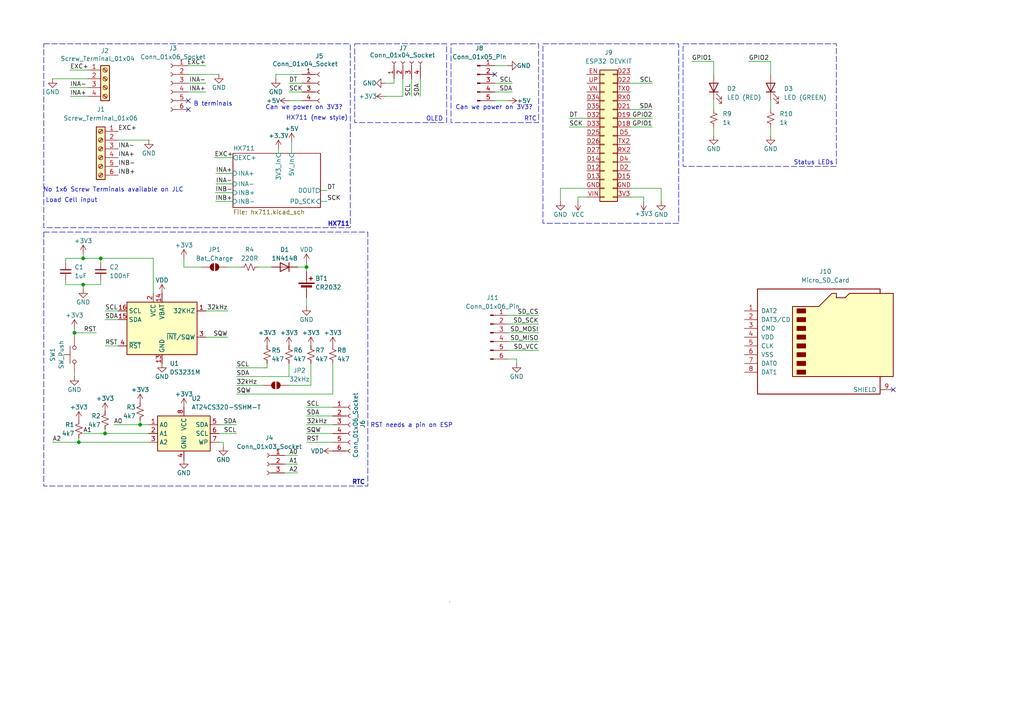
<source format=kicad_sch>
(kicad_sch (version 20231120) (generator "eeschema") (generator_version "8.0")
  (paper "A4")
  (title_block (title "PerchScale Scale Motherboard") (date "2024-08-07") (rev "v0") (company "PerchScale") (comment 1 "Authors: Tristyn Ferreiro, Ryan Jones, Mishay Naidoo") (comment 2 "Plug and play board for protyping and testing"))
  (lib_symbols
    (symbol "+3.3V_1" (power) (pin_names (offset 0))
      (property "Value" "+3.3V_1" (at 0 3.556 0))
      (symbol "+3.3V_1_1_1"
        (pin power_in line (at 0 0 90) (length 0) hide (name "+3.3V") (number "1"))
      )
    )
    (symbol "+5V_1" (power) (pin_names (offset 0))
      (property "Value" "+5V_1" (at 0 3.556 0))
      (symbol "+5V_1_1_1"
        (pin power_in line (at 0 0 90) (length 0) hide (name "+5V") (number "1"))
      )
    )
    (symbol "Connector:Conn_01x03_Socket" (pin_names (offset 1.016) hide)
      (property "Reference" "J" (at 0 5.08 0))
      (property "Value" "Conn_01x03_Socket" (at 0 -5.08 0))
      (symbol "Conn_01x03_Socket_1_1"
        (pin passive line (at -5.08 2.54 0) (length 3.81) (name "Pin_1") (number "1"))
        (pin passive line (at -5.08 0 0) (length 3.81) (name "Pin_2") (number "2"))
        (pin passive line (at -5.08 -2.54 0) (length 3.81) (name "Pin_3") (number "3"))
      )
    )
    (symbol "Connector:Conn_01x04_Socket" (pin_names (offset 1.016) hide)
      (property "Reference" "J" (at 0 5.08 0))
      (property "Value" "Conn_01x04_Socket" (at 0 -7.62 0))
      (symbol "Conn_01x04_Socket_1_1"
        (pin passive line (at -5.08 2.54 0) (length 3.81) (name "Pin_1") (number "1"))
        (pin passive line (at -5.08 0 0) (length 3.81) (name "Pin_2") (number "2"))
        (pin passive line (at -5.08 -2.54 0) (length 3.81) (name "Pin_3") (number "3"))
        (pin passive line (at -5.08 -5.08 0) (length 3.81) (name "Pin_4") (number "4"))
      )
    )
    (symbol "Connector:Conn_01x05_Pin" (pin_names (offset 1.016) hide)
      (property "Reference" "J" (at 0 7.62 0))
      (property "Value" "Conn_01x05_Pin" (at 0 -7.62 0))
      (symbol "Conn_01x05_Pin_1_1"
        (pin passive line (at 5.08 5.08 180) (length 3.81) (name "Pin_1") (number "1"))
        (pin passive line (at 5.08 2.54 180) (length 3.81) (name "Pin_2") (number "2"))
        (pin passive line (at 5.08 0 180) (length 3.81) (name "Pin_3") (number "3"))
        (pin passive line (at 5.08 -2.54 180) (length 3.81) (name "Pin_4") (number "4"))
        (pin passive line (at 5.08 -5.08 180) (length 3.81) (name "Pin_5") (number "5"))
      )
    )
    (symbol "Connector:Conn_01x06_Pin" (pin_names (offset 1.016) hide)
      (property "Reference" "J" (at 0 7.62 0))
      (property "Value" "Conn_01x06_Pin" (at 0 -10.16 0))
      (symbol "Conn_01x06_Pin_1_1"
        (pin passive line (at 5.08 5.08 180) (length 3.81) (name "Pin_1") (number "1"))
        (pin passive line (at 5.08 2.54 180) (length 3.81) (name "Pin_2") (number "2"))
        (pin passive line (at 5.08 0 180) (length 3.81) (name "Pin_3") (number "3"))
        (pin passive line (at 5.08 -2.54 180) (length 3.81) (name "Pin_4") (number "4"))
        (pin passive line (at 5.08 -5.08 180) (length 3.81) (name "Pin_5") (number "5"))
        (pin passive line (at 5.08 -7.62 180) (length 3.81) (name "Pin_6") (number "6"))
      )
    )
    (symbol "Connector:Conn_01x06_Socket" (pin_names (offset 1.016) hide)
      (property "Reference" "J" (at 0 7.62 0))
      (property "Value" "Conn_01x06_Socket" (at 0 -10.16 0))
      (symbol "Conn_01x06_Socket_1_1"
        (pin passive line (at -5.08 5.08 0) (length 3.81) (name "Pin_1") (number "1"))
        (pin passive line (at -5.08 2.54 0) (length 3.81) (name "Pin_2") (number "2"))
        (pin passive line (at -5.08 0 0) (length 3.81) (name "Pin_3") (number "3"))
        (pin passive line (at -5.08 -2.54 0) (length 3.81) (name "Pin_4") (number "4"))
        (pin passive line (at -5.08 -5.08 0) (length 3.81) (name "Pin_5") (number "5"))
        (pin passive line (at -5.08 -7.62 0) (length 3.81) (name "Pin_6") (number "6"))
      )
    )
    (symbol "Connector:Micro_SD_Card" (pin_names (offset 1.016))
      (property "Reference" "J" (at -16.51 15.24 0))
      (property "Value" "Micro_SD_Card" (at 16.51 15.24 0))
      (symbol "Micro_SD_Card_1_1"
        (pin bidirectional line (at -22.86 7.62 0) (length 3.81) (name "DAT2") (number "1"))
        (pin bidirectional line (at -22.86 5.08 0) (length 3.81) (name "DAT3/CD") (number "2"))
        (pin input line (at -22.86 2.54 0) (length 3.81) (name "CMD") (number "3"))
        (pin power_in line (at -22.86 0 0) (length 3.81) (name "VDD") (number "4"))
        (pin input line (at -22.86 -2.54 0) (length 3.81) (name "CLK") (number "5"))
        (pin power_in line (at -22.86 -5.08 0) (length 3.81) (name "VSS") (number "6"))
        (pin bidirectional line (at -22.86 -7.62 0) (length 3.81) (name "DAT0") (number "7"))
        (pin bidirectional line (at -22.86 -10.16 0) (length 3.81) (name "DAT1") (number "8"))
        (pin passive line (at 20.32 -15.24 180) (length 3.81) (name "SHIELD") (number "9"))
      )
    )
    (symbol "Connector:Screw_Terminal_01x04" (pin_names (offset 1.016) hide)
      (property "Reference" "J" (at 0 5.08 0))
      (property "Value" "Screw_Terminal_01x04" (at 0 -7.62 0))
      (symbol "Screw_Terminal_01x04_1_1"
        (pin passive line (at -5.08 2.54 0) (length 3.81) (name "Pin_1") (number "1"))
        (pin passive line (at -5.08 0 0) (length 3.81) (name "Pin_2") (number "2"))
        (pin passive line (at -5.08 -2.54 0) (length 3.81) (name "Pin_3") (number "3"))
        (pin passive line (at -5.08 -5.08 0) (length 3.81) (name "Pin_4") (number "4"))
      )
    )
    (symbol "Connector:Screw_Terminal_01x06" (pin_names (offset 1.016) hide)
      (property "Reference" "J" (at 0 7.62 0))
      (property "Value" "Screw_Terminal_01x06" (at 0 -10.16 0))
      (symbol "Screw_Terminal_01x06_1_1"
        (pin passive line (at -5.08 5.08 0) (length 3.81) (name "Pin_1") (number "1"))
        (pin passive line (at -5.08 2.54 0) (length 3.81) (name "Pin_2") (number "2"))
        (pin passive line (at -5.08 0 0) (length 3.81) (name "Pin_3") (number "3"))
        (pin passive line (at -5.08 -2.54 0) (length 3.81) (name "Pin_4") (number "4"))
        (pin passive line (at -5.08 -5.08 0) (length 3.81) (name "Pin_5") (number "5"))
        (pin passive line (at -5.08 -7.62 0) (length 3.81) (name "Pin_6") (number "6"))
      )
    )
    (symbol "Connector_Generic:Conn_02x15_Counter_Clockwise" (pin_names (offset 1.016) hide)
      (property "Reference" "J5" (at 1.27 24.13 0))
      (property "Value" "Conn_02x15_Counter_Clockwise" (at 1.27 21.59 0))
      (symbol "Conn_02x15_Counter_Clockwise_1_1"
        (pin passive line (at 7.62 -17.78 180) (length 3.81) (name "Pin_16") (number "3V3"))
        (pin passive line (at -5.08 -10.16 0) (length 3.81) (name "Pin_12") (number "D12"))
        (pin passive line (at -5.08 -12.7 0) (length 3.81) (name "Pin_13") (number "D13"))
        (pin passive line (at -5.08 -7.62 0) (length 3.81) (name "Pin_11") (number "D14"))
        (pin passive line (at 7.62 -12.7 180) (length 3.81) (name "Pin_18") (number "D15"))
        (pin passive line (at 7.62 2.54 180) (length 3.81) (name "Pin_24") (number "D18"))
        (pin passive line (at 7.62 5.08 180) (length 3.81) (name "Pin_25") (number "D19"))
        (pin passive line (at 7.62 -10.16 180) (length 3.81) (name "Pin_19") (number "D2"))
        (pin passive line (at 7.62 7.62 180) (length 3.81) (name "Pin_26") (number "D21"))
        (pin passive line (at 7.62 15.24 180) (length 3.81) (name "Pin_29") (number "D22"))
        (pin passive line (at 7.62 17.78 180) (length 3.81) (name "Pin_30") (number "D23"))
        (pin passive line (at -5.08 0 0) (length 3.81) (name "Pin_8") (number "D25"))
        (pin passive line (at -5.08 -2.54 0) (length 3.81) (name "Pin_9") (number "D26"))
        (pin passive line (at -5.08 -5.08 0) (length 3.81) (name "Pin_10") (number "D27"))
        (pin passive line (at -5.08 5.08 0) (length 3.81) (name "Pin_6") (number "D32"))
        (pin passive line (at -5.08 2.54 0) (length 3.81) (name "Pin_7") (number "D33"))
        (pin passive line (at -5.08 10.16 0) (length 3.81) (name "Pin_4") (number "D34"))
        (pin passive line (at -5.08 7.62 0) (length 3.81) (name "Pin_5") (number "D35"))
        (pin passive line (at 7.62 -7.62 180) (length 3.81) (name "Pin_20") (number "D4"))
        (pin passive line (at 7.62 0 180) (length 3.81) (name "Pin_23") (number "D5"))
        (pin passive line (at -5.08 17.78 0) (length 3.81) (name "Pin_1") (number "EN"))
        (pin passive line (at -5.08 -15.24 0) (length 3.81) (name "Pin_14") (number "GND"))
        (pin passive line (at 7.62 -15.24 180) (length 3.81) (name "Pin_17") (number "GND"))
        (pin passive line (at 7.62 10.16 180) (length 3.81) (name "Pin_27") (number "RX0"))
        (pin passive line (at 7.62 -5.08 180) (length 3.81) (name "Pin_21") (number "RX2"))
        (pin passive line (at 7.62 12.7 180) (length 3.81) (name "Pin_28") (number "TX0"))
        (pin passive line (at 7.62 -2.54 180) (length 3.81) (name "Pin_22") (number "TX2"))
        (pin passive line (at -5.08 15.24 0) (length 3.81) (name "Pin_2") (number "UP"))
        (pin passive line (at -5.08 -17.78 0) (length 3.81) (name "Pin_15") (number "VIN"))
        (pin passive line (at -5.08 12.7 0) (length 3.81) (name "Pin_3") (number "VN"))
      )
    )
    (symbol "Device:Battery_Cell" (pin_numbers hide) (pin_names (offset 0) hide)
      (property "Reference" "BT" (at 2.54 2.54 0))
      (property "Value" "Battery_Cell" (at 2.54 0 0))
      (symbol "Battery_Cell_1_1"
        (pin passive line (at 0 5.08 270) (length 2.54) (name "+") (number "1"))
        (pin passive line (at 0 -2.54 90) (length 2.54) (name "-") (number "2"))
      )
    )
    (symbol "Device:C_Small" (pin_numbers hide) (pin_names (offset 0.254) hide)
      (property "Reference" "C" (at 0.254 1.778 0))
      (property "Value" "C_Small" (at 0.254 -2.032 0))
      (symbol "C_Small_1_1"
        (pin passive line (at 0 2.54 270) (length 2.032) (name "~") (number "1"))
        (pin passive line (at 0 -2.54 90) (length 2.032) (name "~") (number "2"))
      )
    )
    (symbol "Device:LED" (pin_numbers hide) (pin_names (offset 1.016) hide)
      (property "Reference" "D" (at 0 2.54 0))
      (property "Value" "LED" (at 0 -2.54 0))
      (symbol "LED_1_1"
        (pin passive line (at -3.81 0 0) (length 2.54) (name "K") (number "1"))
        (pin passive line (at 3.81 0 180) (length 2.54) (name "A") (number "2"))
      )
    )
    (symbol "Device:R_Small_US" (pin_numbers hide) (pin_names (offset 0.254) hide)
      (property "Reference" "R" (at 0.762 0.508 0))
      (property "Value" "R_Small_US" (at 0.762 -1.016 0))
      (symbol "R_Small_US_1_1"
        (pin passive line (at 0 2.54 270) (length 1.016) (name "~") (number "1"))
        (pin passive line (at 0 -2.54 90) (length 1.016) (name "~") (number "2"))
      )
    )
    (symbol "Diode:1N4148" (pin_numbers hide) (pin_names hide)
      (property "Reference" "D" (at 0 2.54 0))
      (property "Value" "1N4148" (at 0 -2.54 0))
      (symbol "1N4148_1_1"
        (pin passive line (at -3.81 0 0) (length 2.54) (name "K") (number "1"))
        (pin passive line (at 3.81 0 180) (length 2.54) (name "A") (number "2"))
      )
    )
    (symbol "Jumper:SolderJumper_2_Open" (pin_numbers hide) (pin_names (offset 0) hide) (exclude_from_sim yes) (in_bom no)
      (property "Reference" "JP" (at 0 2.032 0))
      (property "Value" "SolderJumper_2_Open" (at 0 -2.54 0))
      (symbol "SolderJumper_2_Open_1_1"
        (pin passive line (at -3.81 0 0) (length 2.54) (name "A") (number "1"))
        (pin passive line (at 3.81 0 180) (length 2.54) (name "B") (number "2"))
      )
    )
    (symbol "Memory_EEPROM:AT24CS32-MAHM"
      (property "Reference" "U" (at -7.62 6.35 0))
      (property "Value" "AT24CS32-MAHM" (at 2.54 -6.35 0))
      (symbol "AT24CS32-MAHM_1_1"
        (pin input line (at -10.16 2.54 0) (length 2.54) (name "A0") (number "1"))
        (pin input line (at -10.16 0 0) (length 2.54) (name "A1") (number "2"))
        (pin input line (at -10.16 -2.54 0) (length 2.54) (name "A2") (number "3"))
        (pin power_in line (at 0 -7.62 90) (length 2.54) (name "GND") (number "4"))
        (pin bidirectional line (at 10.16 2.54 180) (length 2.54) (name "SDA") (number "5"))
        (pin input line (at 10.16 0 180) (length 2.54) (name "SCL") (number "6"))
        (pin input line (at 10.16 -2.54 180) (length 2.54) (name "WP") (number "7"))
        (pin power_in line (at 0 7.62 270) (length 2.54) (name "VCC") (number "8"))
      )
    )
    (symbol "Switch:SW_Push" (pin_numbers hide) (pin_names (offset 1.016) hide)
      (property "Reference" "SW" (at 1.27 2.54 0))
      (property "Value" "SW_Push" (at 0 -1.524 0))
      (symbol "SW_Push_0_1"
        (pin passive line (at -5.08 0 0) (length 2.54) (name "1") (number "1"))
        (pin passive line (at 5.08 0 180) (length 2.54) (name "2") (number "2"))
      )
    )
    (symbol "Timer_RTC:DS3231M"
      (property "Reference" "U" (at -7.62 8.89 0))
      (property "Value" "DS3231M" (at 10.16 8.89 0))
      (symbol "DS3231M_1_1"
        (pin open_collector line (at 12.7 5.08 180) (length 2.54) (name "32KHZ") (number "1"))
        (pin passive line (at 0 -10.16 90) (length 2.54) hide (name "GND") (number "10"))
        (pin passive line (at 0 -10.16 90) (length 2.54) hide (name "GND") (number "11"))
        (pin passive line (at 0 -10.16 90) (length 2.54) hide (name "GND") (number "12"))
        (pin power_in line (at 0 -10.16 90) (length 2.54) (name "GND") (number "13"))
        (pin power_in line (at 0 10.16 270) (length 2.54) (name "VBAT") (number "14"))
        (pin bidirectional line (at -12.7 2.54 0) (length 2.54) (name "SDA") (number "15"))
        (pin input line (at -12.7 5.08 0) (length 2.54) (name "SCL") (number "16"))
        (pin power_in line (at -2.54 10.16 270) (length 2.54) (name "VCC") (number "2"))
        (pin open_collector line (at 12.7 -2.54 180) (length 2.54) (name "~{INT}/SQW") (number "3"))
        (pin bidirectional line (at -12.7 -5.08 0) (length 2.54) (name "~{RST}") (number "4"))
        (pin passive line (at 0 -10.16 90) (length 2.54) hide (name "GND") (number "5"))
        (pin passive line (at 0 -10.16 90) (length 2.54) hide (name "GND") (number "6"))
        (pin passive line (at 0 -10.16 90) (length 2.54) hide (name "GND") (number "7"))
        (pin passive line (at 0 -10.16 90) (length 2.54) hide (name "GND") (number "8"))
        (pin passive line (at 0 -10.16 90) (length 2.54) hide (name "GND") (number "9"))
      )
    )
    (symbol "power:+3V3" (power) (pin_numbers hide) (pin_names (offset 0) hide)
      (property "Value" "+3V3" (at 0 3.556 0))
      (symbol "+3V3_1_1"
        (pin power_in line (at 0 0 90) (length 0) (name "~") (number "1"))
      )
    )
    (symbol "power:+5V" (power) (pin_numbers hide) (pin_names (offset 0) hide)
      (property "Value" "+5V" (at 0 3.556 0))
      (symbol "+5V_1_1"
        (pin power_in line (at 0 0 90) (length 0) (name "~") (number "1"))
      )
    )
    (symbol "power:GND" (power) (pin_numbers hide) (pin_names (offset 0) hide)
      (property "Value" "GND" (at 0 -3.81 0))
      (symbol "GND_1_1"
        (pin power_in line (at 0 0 270) (length 0) (name "~") (number "1"))
      )
    )
    (symbol "power:VCC" (power) (pin_numbers hide) (pin_names (offset 0) hide)
      (property "Value" "VCC" (at 0 3.556 0))
      (symbol "VCC_1_1"
        (pin power_in line (at 0 0 90) (length 0) (name "~") (number "1"))
      )
    )
    (symbol "power:VDD" (power) (pin_numbers hide) (pin_names (offset 0) hide)
      (property "Value" "VDD" (at 0 3.556 0))
      (symbol "VDD_1_1"
        (pin power_in line (at 0 0 90) (length 0) (name "~") (number "1"))
      )
    )
  )
  (junction (at 24.13 82.55))
  (junction (at 88.9 77.47))
  (junction (at 21.59 96.52))
  (junction (at 29.21 74.93))
  (junction (at 22.86 128.27))
  (junction (at 24.13 74.93))
  (junction (at 40.64 123.19))
  (junction (at 30.48 125.73))
  (no_connect (at 259.08 113.03))
  (no_connect (at 54.61 31.75))
  (no_connect (at 54.61 29.21))
  (no_connect (at 143.51 21.59))
  (wire (pts (xy 88.9 125.73) (xy 96.52 125.73)))
  (wire (pts (xy 182.88 24.13) (xy 189.23 24.13)))
  (wire (pts (xy 80.772 43.18) (xy 80.772 44.45)))
  (wire (pts (xy 88.9 118.11) (xy 96.52 118.11)))
  (wire (pts (xy 116.84 27.94) (xy 116.84 22.86)))
  (wire (pts (xy 21.59 96.52) (xy 27.94 96.52)))
  (wire (pts (xy 24.13 82.55) (xy 24.13 83.82)))
  (wire (pts (xy 59.69 90.17) (xy 66.04 90.17)))
  (wire (pts (xy 21.59 107.95) (xy 21.59 109.22)))
  (wire (pts (xy 111.76 24.13) (xy 114.3 24.13)))
  (wire (pts (xy 29.21 74.93) (xy 24.13 74.93)))
  (wire (pts (xy 223.52 36.83) (xy 223.52 39.37)))
  (wire (pts (xy 80.01 22.86) (xy 80.01 21.59)))
  (wire (pts (xy 40.64 121.92) (xy 40.64 123.19)))
  (wire (pts (xy 162.56 58.42) (xy 162.56 54.61)))
  (wire (pts (xy 82.55 132.08) (xy 86.36 132.08)))
  (wire (pts (xy 83.82 109.22) (xy 83.82 105.41)))
  (wire (pts (xy 25.4 27.94) (xy 20.32 27.94)))
  (wire (pts (xy 223.52 29.21) (xy 223.52 31.75)))
  (wire (pts (xy 77.47 106.68) (xy 77.47 105.41)))
  (wire (pts (xy 88.9 86.36) (xy 88.9 88.9)))
  (wire (pts (xy 22.86 128.27) (xy 22.86 127)))
  (wire (pts (xy 83.82 111.76) (xy 90.17 111.76)))
  (wire (pts (xy 64.77 128.27) (xy 63.5 128.27)))
  (wire (pts (xy 90.17 111.76) (xy 90.17 105.41)))
  (wire (pts (xy 223.52 17.78) (xy 223.52 21.59)))
  (wire (pts (xy 21.59 96.52) (xy 21.59 97.79)))
  (wire (pts (xy 143.51 19.05) (xy 147.32 19.05)))
  (wire (pts (xy 83.82 26.67) (xy 87.63 26.67)))
  (wire (pts (xy 88.9 78.74) (xy 88.9 77.47)))
  (wire (pts (xy 191.77 54.61) (xy 191.77 58.42)))
  (wire (pts (xy 15.24 22.86) (xy 25.4 22.86)))
  (wire (pts (xy 59.69 97.79) (xy 66.04 97.79)))
  (wire (pts (xy 92.964 58.42) (xy 94.869 58.42)))
  (wire (pts (xy 53.34 77.47) (xy 58.42 77.47)))
  (wire (pts (xy 21.59 95.25) (xy 21.59 96.52)))
  (wire (pts (xy 25.4 25.4) (xy 20.32 25.4)))
  (wire (pts (xy 29.21 76.2) (xy 29.21 74.93)))
  (wire (pts (xy 111.76 27.94) (xy 116.84 27.94)))
  (wire (pts (xy 207.01 17.78) (xy 207.01 21.59)))
  (wire (pts (xy 68.58 111.76) (xy 76.2 111.76)))
  (wire (pts (xy 25.4 20.32) (xy 20.32 20.32)))
  (wire (pts (xy 78.74 77.47) (xy 74.93 77.47)))
  (wire (pts (xy 121.92 22.86) (xy 121.92 27.94)))
  (wire (pts (xy 182.88 36.83) (xy 189.23 36.83)))
  (wire (pts (xy 68.58 114.3) (xy 96.52 114.3)))
  (wire (pts (xy 24.13 82.55) (xy 29.21 82.55)))
  (wire (pts (xy 30.48 124.46) (xy 30.48 125.73)))
  (wire (pts (xy 88.9 128.27) (xy 96.52 128.27)))
  (wire (pts (xy 44.45 74.93) (xy 44.45 85.09)))
  (wire (pts (xy 62.611 50.292) (xy 67.564 50.292)))
  (wire (pts (xy 63.5 125.73) (xy 68.58 125.73)))
  (wire (pts (xy 62.611 53.34) (xy 67.564 53.34)))
  (wire (pts (xy 186.69 57.15) (xy 182.88 57.15)))
  (wire (pts (xy 114.3 24.13) (xy 114.3 22.86)))
  (wire (pts (xy 207.01 36.83) (xy 207.01 39.37)))
  (wire (pts (xy 63.5 123.19) (xy 68.58 123.19)))
  (wire (pts (xy 34.29 40.64) (xy 43.18 40.64)))
  (wire (pts (xy 207.01 29.21) (xy 207.01 31.75)))
  (wire (pts (xy 62.484 58.42) (xy 67.564 58.42)))
  (wire (pts (xy 167.64 58.42) (xy 167.64 57.15)))
  (wire (pts (xy 54.61 21.59) (xy 63.5 21.59)))
  (wire (pts (xy 30.48 92.71) (xy 34.29 92.71)))
  (wire (pts (xy 143.51 29.21) (xy 147.32 29.21)))
  (wire (pts (xy 182.88 54.61) (xy 191.77 54.61)))
  (wire (pts (xy 40.64 123.19) (xy 43.18 123.19)))
  (wire (pts (xy 147.32 96.52) (xy 156.21 96.52)))
  (wire (pts (xy 92.964 55.245) (xy 94.869 55.245)))
  (wire (pts (xy 96.52 105.41) (xy 96.52 114.3)))
  (wire (pts (xy 162.56 54.61) (xy 170.18 54.61)))
  (wire (pts (xy 68.58 109.22) (xy 83.82 109.22)))
  (wire (pts (xy 182.88 31.75) (xy 189.23 31.75)))
  (wire (pts (xy 143.51 24.13) (xy 148.59 24.13)))
  (wire (pts (xy 119.38 22.86) (xy 119.38 27.94)))
  (wire (pts (xy 30.48 125.73) (xy 43.18 125.73)))
  (wire (pts (xy 217.17 17.78) (xy 223.52 17.78)))
  (polyline (pts (xy 130.429 174.625) (xy 130.429 174.5742)))
  (wire (pts (xy 62.484 55.88) (xy 67.564 55.88)))
  (wire (pts (xy 165.1 36.83) (xy 170.18 36.83)))
  (wire (pts (xy 33.02 123.19) (xy 40.64 123.19)))
  (wire (pts (xy 19.05 81.28) (xy 19.05 82.55)))
  (wire (pts (xy 200.66 17.78) (xy 207.01 17.78)))
  (wire (pts (xy 68.58 106.68) (xy 77.47 106.68)))
  (wire (pts (xy 186.69 58.42) (xy 186.69 57.15)))
  (wire (pts (xy 19.05 82.55) (xy 24.13 82.55)))
  (wire (pts (xy 88.9 77.47) (xy 86.36 77.47)))
  (wire (pts (xy 88.9 76.2) (xy 88.9 77.47)))
  (wire (pts (xy 143.51 26.67) (xy 148.59 26.67)))
  (wire (pts (xy 19.05 74.93) (xy 19.05 76.2)))
  (wire (pts (xy 54.61 19.05) (xy 59.69 19.05)))
  (wire (pts (xy 82.55 137.16) (xy 86.36 137.16)))
  (wire (pts (xy 15.24 128.27) (xy 22.86 128.27)))
  (wire (pts (xy 147.32 99.06) (xy 156.21 99.06)))
  (wire (pts (xy 82.55 134.62) (xy 86.36 134.62)))
  (wire (pts (xy 62.23 45.72) (xy 67.564 45.72)))
  (wire (pts (xy 30.48 100.33) (xy 34.29 100.33)))
  (wire (pts (xy 84.582 41.148) (xy 84.582 44.45)))
  (wire (pts (xy 69.85 77.47) (xy 66.04 77.47)))
  (wire (pts (xy 24.13 125.73) (xy 30.48 125.73)))
  (wire (pts (xy 147.32 104.14) (xy 149.86 104.14)))
  (wire (pts (xy 88.9 123.19) (xy 96.52 123.19)))
  (wire (pts (xy 182.88 34.29) (xy 189.23 34.29)))
  (wire (pts (xy 22.86 128.27) (xy 43.18 128.27)))
  (wire (pts (xy 149.86 105.41) (xy 149.86 104.14)))
  (wire (pts (xy 83.82 29.21) (xy 87.63 29.21)))
  (wire (pts (xy 29.21 74.93) (xy 44.45 74.93)))
  (wire (pts (xy 83.82 24.13) (xy 87.63 24.13)))
  (wire (pts (xy 147.32 101.6) (xy 156.21 101.6)))
  (wire (pts (xy 147.32 91.44) (xy 156.21 91.44)))
  (wire (pts (xy 53.34 74.93) (xy 53.34 77.47)))
  (wire (pts (xy 30.48 90.17) (xy 34.29 90.17)))
  (wire (pts (xy 64.77 129.54) (xy 64.77 128.27)))
  (wire (pts (xy 80.01 21.59) (xy 87.63 21.59)))
  (wire (pts (xy 167.64 57.15) (xy 170.18 57.15)))
  (wire (pts (xy 24.13 74.93) (xy 19.05 74.93)))
  (wire (pts (xy 29.21 82.55) (xy 29.21 81.28)))
  (wire (pts (xy 54.61 26.67) (xy 59.69 26.67)))
  (wire (pts (xy 147.32 93.98) (xy 156.21 93.98)))
  (wire (pts (xy 24.13 73.66) (xy 24.13 74.93)))
  (wire (pts (xy 88.9 120.65) (xy 96.52 120.65)))
  (wire (pts (xy 54.61 24.13) (xy 59.69 24.13)))
  (wire (pts (xy 165.1 34.29) (xy 170.18 34.29)))
  (rectangle (start 12.7 67.31) (end 106.68 140.97) (stroke (width 0) (type dash)))
  (rectangle (start 102.87 12.7) (end 129.54 35.56) (stroke (width 0) (type dash)))
  (rectangle (start 157.48 12.7) (end 196.85 64.77) (stroke (width 0) (type dash)))
  (rectangle (start 198.12 12.7) (end 242.57 48.26) (stroke (width 0) (type dash)))
  (rectangle (start 130.81 12.7) (end 156.21 35.56) (stroke (width 0) (type dash)))
  (rectangle (start 12.7 12.7) (end 101.6 66.04) (stroke (width 0) (type dash)))
  (text "Can we power on 3V3?" (at 76.962 31.242 0) (effects (font (size 1.27 1.27)) (justify left)))
  (text "RTC" (at 155.702 34.544 0) (effects (font (size 1.27 1.27)) (justify right)))
  (text "B terminals" (at 56.134 30.226 0) (effects (font (size 1.27 1.27)) (justify left)))
  (text "RST needs a pin on ESP" (at 119.38 123.444 0) (effects (font (size 1.27 1.27))))
  (text "OLED" (at 128.524 34.544 0) (effects (font (size 1.27 1.27)) (justify right)))
  (text "STILL NEED POWER SOLUTION" (at 187.706 -26.924 0) (effects (font (size 5.08 5.08)) (justify right)))
  (text "RTC" (at 105.918 140.716 0) (effects (font (size 1.27 1.27) (bold yes)) (justify right bottom)))
  (text "Load Cell input" (at 13.208 58.166 0) (effects (font (size 1.27 1.27)) (justify left)))
  (text "No 1x6 Screw Terminals available on JLC" (at 32.893 55.118 0) (effects (font (size 1.27 1.27))))
  (text "HX711" (at 94.996 65.786 0) (effects (font (size 1.27 1.27) (bold yes)) (justify left bottom)))
  (text "Can we power on 3V3?" (at 132.08 31.242 0) (effects (font (size 1.27 1.27)) (justify left)))
  (text "HX711 (new style)" (at 91.948 34.29 0) (effects (font (size 1.27 1.27))))
  (text "Status LEDs" (at 241.808 47.244 0) (effects (font (size 1.27 1.27)) (justify right)))
  (label "GPIO1" (at 189.23 36.83 180))
  (label "SD_CS" (at 156.21 91.44 180))
  (label "EXC+" (at 59.69 19.05 180))
  (label "SCL" (at 68.58 125.73 180))
  (label "SDA" (at 189.23 31.75 180))
  (label "A2" (at 15.24 128.27 0))
  (label "32kHz" (at 66.04 90.17 180))
  (label "INA+" (at 59.69 26.67 180))
  (label "SCL" (at 68.58 106.68 0))
  (label "SDA" (at 148.59 26.67 180))
  (label "32kHz" (at 88.9 123.19 0))
  (label "32kHz" (at 68.58 111.76 0))
  (label "GPIO2" (at 217.17 17.78 0))
  (label "A0" (at 86.36 132.08 180))
  (label "SDA" (at 68.58 109.22 0))
  (label "SDA" (at 30.48 92.71 0))
  (label "RST" (at 30.48 100.33 0))
  (label "SDA" (at 68.58 123.19 180))
  (label "INA-" (at 20.32 25.4 0))
  (label "DT" (at 165.1 34.29 0))
  (label "A0" (at 33.02 123.19 0))
  (label "EXC+" (at 34.29 38.1 0))
  (label "SD_VCC" (at 156.21 101.6 180))
  (label "SQW" (at 68.58 114.3 0))
  (label "INB+" (at 34.29 50.8 0))
  (label "DT" (at 94.869 55.245 0))
  (label "A1" (at 24.13 125.73 0))
  (label "SD_SCK" (at 156.21 93.98 180))
  (label "DT" (at 83.82 24.13 0))
  (label "EXC+" (at 62.23 45.72 0))
  (label "SQW" (at 66.04 97.79 180))
  (label "SD_MISO" (at 156.21 99.06 180))
  (label "SDA" (at 88.9 120.65 0))
  (label "SD_MOSI" (at 156.21 96.52 180))
  (label "SCK" (at 94.869 58.42 0))
  (label "EXC+" (at 20.32 20.32 0))
  (label "RST" (at 27.94 96.52 180))
  (label "SCK" (at 83.82 26.67 0))
  (label "GPIO2" (at 189.23 34.29 180))
  (label "GPIO1" (at 200.66 17.78 0))
  (label "INA+" (at 34.29 45.72 0))
  (label "INA+" (at 20.32 27.94 0))
  (label "SDA" (at 121.92 27.94 90))
  (label "SCL" (at 30.48 90.17 0))
  (label "A1" (at 86.36 134.62 180))
  (label "SCL" (at 88.9 118.11 0))
  (label "SCL" (at 119.38 27.94 90))
  (label "SQW" (at 88.9 125.73 0))
  (label "INB-" (at 34.29 48.26 0))
  (label "INA-" (at 62.611 53.34 0))
  (label "INB-" (at 62.484 55.88 0))
  (label "INA-" (at 34.29 43.18 0))
  (label "INA-" (at 59.69 24.13 180))
  (label "SCK" (at 165.1 36.83 0))
  (label "RST" (at 88.9 128.27 0))
  (label "SCL" (at 189.23 24.13 180))
  (label "INA+" (at 62.611 50.292 0))
  (label "SCL" (at 148.59 24.13 180))
  (label "A2" (at 86.36 137.16 180))
  (label "INB+" (at 62.484 58.42 0))
  (symbol (lib_id "Connector:Conn_01x04_Socket") (at 116.84 17.78 90) (unit 1)
    (property "Reference" "J7" (at 118.11 13.97 90) (effects (justify left)))
    (property "Value" "Conn_01x04_Socket" (at 126.238 16.002 90) (effects (justify left)))
    (property "Footprint" "Connector_PinHeader_2.54mm:PinHeader_1x04_P2.54mm_Vertical" (effects (hide yes)))
    (property "Description" "Generic connector, single row, 01x04, script generated" (effects (hide yes)))
  )
  (symbol (lib_id "Connector:Conn_01x06_Socket") (at 101.6 123.19 0) (unit 1)
    (property "Reference" "J6" (at 105.156 124.206 90) (effects (justify left)))
    (property "Value" "Conn_01x06_Socket" (at 103.124 132.842 90) (effects (justify left)))
    (property "Description" "Generic connector, single row, 01x06, script generated" (effects (hide yes)))
  )
  (symbol (lib_id "power:GND") (at 64.77 129.54 0) (unit 1)
    (property "Reference" "#PWR016" (effects (hide yes)))
    (property "Value" "GND" (at 64.77 133.35 0))
    (property "Description" "Power symbol creates a global label with name \"GND\" , ground" (effects (hide yes)))
  )
  (symbol (lib_id "power:+3V3") (at 40.64 116.84 0) (mirror y) (unit 1)
    (property "Reference" "#PWR08" (effects (hide yes)))
    (property "Value" "+3V3" (at 40.64 113.03 0))
    (property "Description" "Power symbol creates a global label with name \"+3V3\"" (effects (hide yes)))
  )
  (symbol (lib_id "Device:R_Small_US") (at 223.52 34.29 0) (unit 1)
    (property "Reference" "R10" (at 226.06 33.0199 0) (effects (justify left)))
    (property "Value" "1k" (at 226.06 35.5599 0) (effects (justify left)))
    (property "Footprint" "Resistor_SMD:R_0603_1608Metric" (effects (hide yes)))
    (property "Datasheet" "https://wmsc.lcsc.com/wmsc/upload/file/pdf/v2/lcsc/2206010130_UNI-ROYAL-Uniroyal-Elec-0603WAF1001T5E_C21190.pdf" (effects (hide yes)))
    (property "Description" "Resistor, small US symbol" (effects (hide yes)))
    (property "LCSC" "C21190" (effects (hide yes)))
  )
  (symbol (lib_id "Connector:Screw_Terminal_01x04") (at 30.48 22.86 0) (unit 1)
    (property "Reference" "J2" (at 29.21 14.732 0) (effects (justify left)))
    (property "Value" "Screw_Terminal_01x04" (at 17.526 17.018 0) (effects (justify left)))
    (property "Footprint" "TerminalBlock_RND:TerminalBlock_RND_205-00234_1x04_P5.08mm_Horizontal" (effects (hide yes)))
    (property "Datasheet" "https://docs.rs-online.com/13af/0900766b8157c7dd.pdf" (effects (hide yes)))
    (property "Description" "Generic screw terminal, single row, 01x04, script generated (kicad-library-utils/schlib/autogen/connector/)" (effects (hide yes)))
  )
  (symbol (lib_id "Diode:1N4148") (at 82.55 77.47 180) (unit 1)
    (property "Reference" "D1" (at 82.55 72.39 0))
    (property "Value" "1N4148" (at 82.55 74.93 0))
    (property "Footprint" "Diode_THT:D_DO-35_SOD27_P7.62mm_Horizontal" (effects (hide yes)))
    (property "Datasheet" "https://assets.nexperia.com/documents/data-sheet/1N4148_1N4448.pdf" (effects (hide yes)))
    (property "Description" "100V 0.15A standard switching diode, DO-35" (effects (hide yes)))
    (property "Sim.Device" "D" (effects (hide yes)))
    (property "Sim.Pins" "1=K 2=A" (effects (hide yes)))
  )
  (symbol (lib_id "power:GND") (at 15.24 22.86 0) (unit 1)
    (property "Reference" "#PWR01" (effects (hide yes)))
    (property "Value" "GND" (at 15.24 26.67 0))
    (property "Description" "Power symbol creates a global label with name \"GND\" , ground" (effects (hide yes)))
  )
  (symbol (lib_id "power:+3V3") (at 186.69 58.42 180) (unit 1)
    (property "Reference" "#PWR034" (effects (hide yes)))
    (property "Value" "+3V3" (at 186.69 61.976 0))
    (property "Description" "Power symbol creates a global label with name \"+3V3\"" (effects (hide yes)))
  )
  (symbol (lib_id "power:+3V3") (at 90.17 100.33 0) (unit 1)
    (property "Reference" "#PWR025" (effects (hide yes)))
    (property "Value" "+3V3" (at 90.17 96.52 0))
    (property "Description" "Power symbol creates a global label with name \"+3V3\"" (effects (hide yes)))
  )
  (symbol (lib_id "power:+3V3") (at 83.82 100.33 0) (unit 1)
    (property "Reference" "#PWR021" (effects (hide yes)))
    (property "Value" "+3V3" (at 83.82 96.52 0))
    (property "Description" "Power symbol creates a global label with name \"+3V3\"" (effects (hide yes)))
  )
  (symbol (lib_id "power:VDD") (at 88.9 76.2 0) (unit 1)
    (property "Reference" "#PWR023" (effects (hide yes)))
    (property "Value" "VDD" (at 88.9 72.39 0))
    (property "Description" "Power symbol creates a global label with name \"VDD\"" (effects (hide yes)))
  )
  (symbol (lib_id "power:GND") (at 223.52 39.37 0) (unit 1)
    (property "Reference" "#PWR037" (effects (hide yes)))
    (property "Value" "GND" (at 223.52 43.18 0))
    (property "Description" "Power symbol creates a global label with name \"GND\" , ground" (effects (hide yes)))
  )
  (symbol (lib_id "power:GND") (at 46.99 105.41 0) (unit 1)
    (property "Reference" "#PWR011" (effects (hide yes)))
    (property "Value" "GND" (at 46.99 109.22 0))
    (property "Description" "Power symbol creates a global label with name \"GND\" , ground" (effects (hide yes)))
  )
  (symbol (lib_id "power:GND") (at 21.59 109.22 0) (unit 1)
    (property "Reference" "#PWR03" (effects (hide yes)))
    (property "Value" "GND" (at 21.59 113.03 0))
    (property "Description" "Power symbol creates a global label with name \"GND\" , ground" (effects (hide yes)))
  )
  (symbol (lib_id "Device:R_Small_US") (at 90.17 102.87 0) (unit 1)
    (property "Reference" "R7" (at 91.44 101.6 0) (effects (justify left)))
    (property "Value" "4k7" (at 91.44 104.14 0) (effects (justify left)))
    (property "Description" "Resistor, small US symbol" (effects (hide yes)))
  )
  (symbol (lib_id "Device:LED") (at 223.52 25.4 90) (unit 1)
    (property "Reference" "D3" (at 227.33 25.7174 90) (effects (justify right)))
    (property "Value" "LED (GREEN)" (at 227.33 28.2574 90) (effects (justify right)))
    (property "Footprint" "LED_SMD:LED_0805_2012Metric" (effects (hide yes)))
    (property "Datasheet" "https://wmsc.lcsc.com/wmsc/upload/file/pdf/v2/lcsc/1806151820_Hubei-KENTO-Elec-KT-0805G_C2297.pdf" (effects (hide yes)))
    (property "Description" "Light emitting diode" (effects (hide yes)))
    (property "LCSC" "C2297" (effects (hide yes)))
  )
  (symbol (lib_id "power:+3V3") (at 24.13 73.66 0) (unit 1)
    (property "Reference" "#PWR05" (effects (hide yes)))
    (property "Value" "+3V3" (at 24.13 69.85 0))
    (property "Description" "Power symbol creates a global label with name \"+3V3\"" (effects (hide yes)))
  )
  (symbol (lib_id "power:GND") (at 162.56 58.42 0) (unit 1)
    (property "Reference" "#PWR032" (effects (hide yes)))
    (property "Value" "GND" (at 162.56 62.23 0))
    (property "Description" "Power symbol creates a global label with name \"GND\" , ground" (effects (hide yes)))
  )
  (symbol (lib_id "power:GND") (at 207.01 39.37 0) (unit 1)
    (property "Reference" "#PWR036" (effects (hide yes)))
    (property "Value" "GND" (at 207.01 43.18 0))
    (property "Description" "Power symbol creates a global label with name \"GND\" , ground" (effects (hide yes)))
  )
  (symbol (lib_id "power:VCC") (at 167.64 58.42 180) (unit 1)
    (property "Reference" "#PWR033" (effects (hide yes)))
    (property "Value" "VCC" (at 167.64 62.23 0))
    (property "Description" "Power symbol creates a global label with name \"VCC\"" (effects (hide yes)))
  )
  (symbol (lib_id "power:+3V3") (at 96.52 100.33 0) (unit 1)
    (property "Reference" "#PWR026" (effects (hide yes)))
    (property "Value" "+3V3" (at 96.52 96.52 0))
    (property "Description" "Power symbol creates a global label with name \"+3V3\"" (effects (hide yes)))
  )
  (symbol (lib_id "power:GND") (at 147.32 19.05 90) (unit 1)
    (property "Reference" "#PWR030" (effects (hide yes)))
    (property "Value" "GND" (at 151.892 19.05 90))
    (property "Description" "Power symbol creates a global label with name \"GND\" , ground" (effects (hide yes)))
  )
  (symbol (lib_id "Device:R_Small_US") (at 22.86 124.46 0) (mirror y) (unit 1)
    (property "Reference" "R1" (at 21.59 123.19 0) (effects (justify left)))
    (property "Value" "4k7" (at 21.59 125.73 0) (effects (justify left)))
    (property "Description" "Resistor, small US symbol" (effects (hide yes)))
  )
  (symbol (lib_id "Jumper:SolderJumper_2_Open") (at 62.23 77.47 0) (unit 1) (exclude_from_sim yes) (in_bom no)
    (property "Reference" "JP1" (at 62.23 72.39 0))
    (property "Value" "Bat_Charge" (at 62.23 74.93 0))
    (property "Description" "Solder Jumper, 2-pole, open" (effects (hide yes)))
  )
  (symbol (lib_id "power:+3V3") (at 111.76 27.94 90) (unit 1)
    (property "Reference" "#PWR029" (effects (hide yes)))
    (property "Value" "+3V3" (at 106.68 27.94 90))
    (property "Description" "Power symbol creates a global label with name \"+3V3\"" (effects (hide yes)))
  )
  (symbol (lib_id "Device:R_Small_US") (at 72.39 77.47 90) (unit 1)
    (property "Reference" "R4" (at 72.39 72.39 90))
    (property "Value" "220R" (at 72.39 74.93 90))
    (property "Description" "Resistor, small US symbol" (effects (hide yes)))
  )
  (symbol (lib_id "power:GND") (at 63.5 21.59 0) (unit 1)
    (property "Reference" "#PWR015" (effects (hide yes)))
    (property "Value" "GND" (at 63.5 25.4 0))
    (property "Description" "Power symbol creates a global label with name \"GND\" , ground" (effects (hide yes)))
  )
  (symbol (lib_id "Memory_EEPROM:AT24CS32-MAHM") (at 53.34 125.73 0) (unit 1)
    (property "Reference" "U2" (at 55.5341 115.57 0) (effects (justify left)))
    (property "Value" "AT24CS32D-SSHM-T" (at 55.5341 118.11 0) (effects (justify left)))
    (property "Footprint" "Package_DFN_QFN:DFN-8-1EP_3x2mm_P0.5mm_EP1.3x1.5mm" (effects (hide yes)))
    (property "Datasheet" "https://wmsc.lcsc.com/wmsc/upload/file/pdf/v2/lcsc/1811081920_Microchip-Tech-AT24C32D-SSHM-T_C60583.pdf" (effects (hide yes)))
    (property "Description" "I2C Serial EEPROM, 32Kb (4096x8) with Unique Serial Number, UDFN8" (effects (hide yes)))
    (property "LCSC" "C60583" (effects (hide yes)))
  )
  (symbol (lib_id "power:+3V3") (at 22.86 121.92 0) (mirror y) (unit 1)
    (property "Reference" "#PWR04" (effects (hide yes)))
    (property "Value" "+3V3" (at 22.86 118.11 0))
    (property "Description" "Power symbol creates a global label with name \"+3V3\"" (effects (hide yes)))
  )
  (symbol (lib_id "Device:R_Small_US") (at 40.64 119.38 0) (mirror y) (unit 1)
    (property "Reference" "R3" (at 39.37 118.11 0) (effects (justify left)))
    (property "Value" "4k7" (at 39.37 120.65 0) (effects (justify left)))
    (property "Description" "Resistor, small US symbol" (effects (hide yes)))
  )
  (symbol (lib_id "power:GND") (at 24.13 83.82 0) (unit 1)
    (property "Reference" "#PWR06" (effects (hide yes)))
    (property "Value" "GND" (at 24.13 87.63 0))
    (property "Description" "Power symbol creates a global label with name \"GND\" , ground" (effects (hide yes)))
  )
  (symbol (lib_id "power:GND") (at 80.01 22.86 0) (unit 1)
    (property "Reference" "#PWR018" (effects (hide yes)))
    (property "Value" "GND" (at 80.01 26.67 0))
    (property "Description" "Power symbol creates a global label with name \"GND\" , ground" (effects (hide yes)))
  )
  (symbol (lib_id "Device:Battery_Cell") (at 88.9 83.82 0) (unit 1)
    (property "Reference" "BT1" (at 91.44 80.772 0) (effects (justify left)))
    (property "Value" "CR2032" (at 91.44 83.312 0) (effects (justify left)))
    (property "Datasheet" "https://wmsc.lcsc.com/wmsc/upload/file/pdf/v2/lcsc/1811061923_Q-J-CR2032-BS-6-1_C70377.pdf" (effects (hide yes)))
    (property "Description" "Single-cell battery" (effects (hide yes)))
    (property "LCSC" "C70377" (effects (hide yes)))
  )
  (symbol (lib_id "power:GND") (at 149.86 105.41 0) (unit 1)
    (property "Reference" "#PWR053" (effects (hide yes)))
    (property "Value" "GND" (at 149.86 109.22 0))
    (property "Description" "Power symbol creates a global label with name \"GND\" , ground" (effects (hide yes)))
  )
  (symbol (lib_id "Connector:Micro_SD_Card") (at 238.76 97.79 0) (unit 1)
    (property "Reference" "J10" (at 239.395 78.74 0))
    (property "Value" "Micro_SD_Card" (at 239.395 81.28 0))
    (property "Datasheet" "https://wmsc.lcsc.com/wmsc/upload/file/pdf/v2/lcsc/1912111437_SHOU-HAN-TF-PUSH_C393941.pdf" (effects (hide yes)))
    (property "Description" "Micro SD Card Socket" (effects (hide yes)))
    (property "LCSC" "C393941" (effects (hide yes)))
  )
  (symbol (lib_id "power:GND") (at 191.77 58.42 0) (unit 1)
    (property "Reference" "#PWR035" (effects (hide yes)))
    (property "Value" "GND" (at 191.77 62.23 0))
    (property "Description" "Power symbol creates a global label with name \"GND\" , ground" (effects (hide yes)))
  )
  (symbol (lib_id "Device:R_Small_US") (at 83.82 102.87 0) (unit 1)
    (property "Reference" "R6" (at 85.09 101.6 0) (effects (justify left)))
    (property "Value" "4k7" (at 85.09 104.14 0) (effects (justify left)))
    (property "Description" "Resistor, small US symbol" (effects (hide yes)))
  )
  (symbol (lib_id "power:GND") (at 88.9 88.9 0) (unit 1)
    (property "Reference" "#PWR024" (effects (hide yes)))
    (property "Value" "GND" (at 88.9 92.71 0))
    (property "Description" "Power symbol creates a global label with name \"GND\" , ground" (effects (hide yes)))
  )
  (symbol (lib_id "Device:R_Small_US") (at 77.47 102.87 0) (unit 1)
    (property "Reference" "R5" (at 78.74 101.6 0) (effects (justify left)))
    (property "Value" "4k7" (at 78.74 104.14 0) (effects (justify left)))
    (property "Description" "Resistor, small US symbol" (effects (hide yes)))
  )
  (symbol (lib_id "power:+5V") (at 147.32 29.21 270) (unit 1)
    (property "Reference" "#PWR031" (effects (hide yes)))
    (property "Value" "+5V" (at 149.86 29.21 90) (effects (justify left)))
    (property "Description" "Power symbol creates a global label with name \"+5V\"" (effects (hide yes)))
  )
  (symbol (lib_id "power:+5V") (at 83.82 29.21 90) (unit 1)
    (property "Reference" "#PWR020" (effects (hide yes)))
    (property "Value" "+5V" (at 81.28 29.21 90) (effects (justify left)))
    (property "Description" "Power symbol creates a global label with name \"+5V\"" (effects (hide yes)))
  )
  (symbol (lib_id "power:VDD") (at 46.99 85.09 0) (unit 1)
    (property "Reference" "#PWR010" (effects (hide yes)))
    (property "Value" "VDD" (at 46.99 81.28 0))
    (property "Description" "Power symbol creates a global label with name \"VDD\"" (effects (hide yes)))
  )
  (symbol (lib_name "+3.3V_1") (lib_id "power:+3.3V") (at 80.772 43.18 0) (unit 1)
    (property "Reference" "#PWR019" (effects (hide yes)))
    (property "Value" "+3.3V" (at 80.772 39.37 0))
  )
  (symbol (lib_id "Device:R_Small_US") (at 207.01 34.29 0) (unit 1)
    (property "Reference" "R9" (at 209.55 33.0199 0) (effects (justify left)))
    (property "Value" "1k" (at 209.55 35.5599 0) (effects (justify left)))
    (property "Footprint" "Resistor_SMD:R_0603_1608Metric" (effects (hide yes)))
    (property "Datasheet" "https://wmsc.lcsc.com/wmsc/upload/file/pdf/v2/lcsc/2206010130_UNI-ROYAL-Uniroyal-Elec-0603WAF1001T5E_C21190.pdf" (effects (hide yes)))
    (property "Description" "Resistor, small US symbol" (effects (hide yes)))
    (property "LCSC" "C21190" (effects (hide yes)))
  )
  (symbol (lib_id "power:GND") (at 43.18 40.64 0) (unit 1)
    (property "Reference" "#PWR09" (effects (hide yes)))
    (property "Value" "GND" (at 43.18 44.45 0))
  )
  (symbol (lib_id "Switch:SW_Push") (at 21.59 102.87 90) (unit 1)
    (property "Reference" "SW1" (at 15.24 102.87 0))
    (property "Value" "SW_Push" (at 17.78 102.87 0))
    (property "Footprint" "Button_Switch_SMD:SW_Push_1P1T_XKB_TS-1187A" (effects (hide yes)))
    (property "Datasheet" "https://wmsc.lcsc.com/wmsc/upload/file/pdf/v2/lcsc/2304140030_XKB-Connection-TS-1187A-B-A-B_C318884.pdf" (effects (hide yes)))
    (property "Description" "Push button switch, generic, two pins" (effects (hide yes)))
    (property "LCSC" "C318884" (effects (hide yes)))
  )
  (symbol (lib_id "Device:C_Small") (at 19.05 78.74 0) (unit 1)
    (property "Reference" "C1" (at 21.59 77.4762 0) (effects (justify left)))
    (property "Value" "1uF" (at 21.59 80.0162 0) (effects (justify left)))
    (property "Description" "Unpolarized capacitor, small symbol" (effects (hide yes)))
  )
  (symbol (lib_id "Device:R_Small_US") (at 30.48 121.92 0) (mirror y) (unit 1)
    (property "Reference" "R2" (at 29.21 120.65 0) (effects (justify left)))
    (property "Value" "4k7" (at 29.21 123.19 0) (effects (justify left)))
    (property "Description" "Resistor, small US symbol" (effects (hide yes)))
  )
  (symbol (lib_id "power:+3V3") (at 77.47 100.33 0) (unit 1)
    (property "Reference" "#PWR017" (effects (hide yes)))
    (property "Value" "+3V3" (at 77.47 96.52 0))
    (property "Description" "Power symbol creates a global label with name \"+3V3\"" (effects (hide yes)))
  )
  (symbol (lib_id "Connector:Screw_Terminal_01x06") (at 29.21 43.18 0) (mirror y) (unit 1)
    (property "Reference" "J1" (at 30.48 31.75 0) (effects (justify left)))
    (property "Value" "Screw_Terminal_01x06" (at 40.005 34.29 0) (effects (justify left)))
    (property "Footprint" "TerminalBlock_Phoenix:TerminalBlock_Phoenix_PT-1,5-6-3.5-H_1x06_P3.50mm_Horizontal" (effects (hide yes)))
    (property "Extended" "1" (effects (hide yes)))
    (property "LCSC" "https://jlcpcb.com/parts/2nd/Connectors/Screw_Terminal_3902?searchTxt=Phoenix%20contact" (effects (hide yes)))
  )
  (symbol (lib_id "Device:LED") (at 207.01 25.4 90) (unit 1)
    (property "Reference" "D2" (at 210.82 25.7174 90) (effects (justify right)))
    (property "Value" "LED (RED)" (at 210.82 28.2574 90) (effects (justify right)))
    (property "Footprint" "LED_SMD:LED_0603_1608Metric" (effects (hide yes)))
    (property "Datasheet" "https://wmsc.lcsc.com/wmsc/upload/file/pdf/v2/lcsc/1810231112_Hubei-KENTO-Elec-KT-0603R_C2286.pdf" (effects (hide yes)))
    (property "Description" "Light emitting diode" (effects (hide yes)))
    (property "LCSC" "C2286" (effects (hide yes)))
  )
  (symbol (lib_id "power:+3V3") (at 21.59 95.25 0) (unit 1)
    (property "Reference" "#PWR02" (effects (hide yes)))
    (property "Value" "+3V3" (at 21.59 91.44 0))
    (property "Description" "Power symbol creates a global label with name \"+3V3\"" (effects (hide yes)))
  )
  (symbol (lib_id "Device:C_Small") (at 29.21 78.74 0) (unit 1)
    (property "Reference" "C2" (at 31.75 77.4762 0) (effects (justify left)))
    (property "Value" "100nF" (at 31.75 80.0162 0) (effects (justify left)))
    (property "Description" "Unpolarized capacitor, small symbol" (effects (hide yes)))
  )
  (symbol (lib_id "power:VDD") (at 96.52 130.81 90) (unit 1)
    (property "Reference" "#PWR027" (effects (hide yes)))
    (property "Value" "VDD" (at 93.98 130.81 90) (effects (justify left)))
    (property "Description" "Power symbol creates a global label with name \"VDD\"" (effects (hide yes)))
  )
  (symbol (lib_id "power:+3V3") (at 53.34 74.93 0) (unit 1)
    (property "Reference" "#PWR012" (effects (hide yes)))
    (property "Value" "+3V3" (at 53.34 71.12 0))
    (property "Description" "Power symbol creates a global label with name \"+3V3\"" (effects (hide yes)))
  )
  (symbol (lib_id "power:GND") (at 111.76 24.13 270) (unit 1)
    (property "Reference" "#PWR028" (effects (hide yes)))
    (property "Value" "GND" (at 107.188 24.13 90))
    (property "Description" "Power symbol creates a global label with name \"GND\" , ground" (effects (hide yes)))
  )
  (symbol (lib_id "Connector:Conn_01x04_Socket") (at 92.71 24.13 0) (unit 1)
    (property "Reference" "J5" (at 91.44 16.256 0) (effects (justify left)))
    (property "Value" "Conn_01x04_Socket" (at 78.994 18.542 0) (effects (justify left)))
    (property "Footprint" "Connector_PinHeader_2.54mm:PinHeader_1x04_P2.54mm_Vertical" (effects (hide yes)))
    (property "Description" "Generic connector, single row, 01x04, script generated" (effects (hide yes)))
  )
  (symbol (lib_id "Timer_RTC:DS3231M") (at 46.99 95.25 0) (unit 1)
    (property "Reference" "U1" (at 49.1841 105.41 0) (effects (justify left)))
    (property "Value" "DS3231M" (at 49.1841 107.95 0) (effects (justify left)))
    (property "Footprint" "Package_SO:SOIC-16W_7.5x10.3mm_P1.27mm" (effects (hide yes)))
    (property "Datasheet" "https://wmsc.lcsc.com/wmsc/upload/file/pdf/v2/lcsc/1810071015_Analog-Devices-Inc--Maxim-Integrated-DS3231SN-T-R_C9866.pdf" (effects (hide yes)))
    (property "Description" "Extremely Accurate I2C-Integrated RTC/TCXO/Crystal SOIC-16" (effects (hide yes)))
    (property "LCSC" "C9866" (effects (hide yes)))
  )
  (symbol (lib_name "+5V_1") (lib_id "power:+5V") (at 84.582 41.148 0) (unit 1)
    (property "Reference" "#PWR022" (effects (hide yes)))
    (property "Value" "+5V" (at 84.582 37.338 0))
  )
  (symbol (lib_id "Connector:Conn_01x06_Socket") (at 49.53 24.13 0) (mirror y) (unit 1)
    (property "Reference" "J3" (at 50.165 13.97 0))
    (property "Value" "Conn_01x06_Socket" (at 50.165 16.51 0))
    (property "Footprint" "Connector_PinHeader_2.54mm:PinHeader_1x06_P2.54mm_Vertical" (effects (hide yes)))
    (property "Description" "Generic connector, single row, 01x06, script generated" (effects (hide yes)))
  )
  (symbol (lib_id "Connector_Generic:Conn_02x15_Counter_Clockwise") (at 175.26 39.37 0) (unit 1)
    (property "Reference" "J9" (at 176.53 15.24 0))
    (property "Value" "ESP32 DEVKIT" (at 176.53 17.78 0))
    (property "Footprint" "UCT KiCad Library:ESP-WROOM-32 DEVKIT v1" (effects (hide yes)))
    (property "Description" "Generic connector, double row, 02x15, counter clockwise pin numbering scheme (similar to DIP package numbering), script generated (kicad-library-utils/schlib/autogen/connector/)" (effects (hide yes)))
  )
  (symbol (lib_id "Connector:Conn_01x03_Socket") (at 77.47 134.62 0) (mirror y) (unit 1)
    (property "Reference" "J4" (at 78.105 127 0))
    (property "Value" "Conn_01x03_Socket" (at 78.105 129.54 0))
    (property "Description" "Generic connector, single row, 01x03, script generated" (effects (hide yes)))
  )
  (symbol (lib_id "power:+3V3") (at 30.48 119.38 0) (mirror y) (unit 1)
    (property "Reference" "#PWR07" (effects (hide yes)))
    (property "Value" "+3V3" (at 30.48 115.57 0))
    (property "Description" "Power symbol creates a global label with name \"+3V3\"" (effects (hide yes)))
  )
  (symbol (lib_id "Device:R_Small_US") (at 96.52 102.87 0) (unit 1)
    (property "Reference" "R8" (at 97.79 101.6 0) (effects (justify left)))
    (property "Value" "4k7" (at 97.79 104.14 0) (effects (justify left)))
    (property "Description" "Resistor, small US symbol" (effects (hide yes)))
  )
  (symbol (lib_id "Jumper:SolderJumper_2_Open") (at 80.01 111.76 0) (unit 1) (exclude_from_sim yes) (in_bom no)
    (property "Reference" "JP2" (at 86.868 107.442 0))
    (property "Value" "32kHz" (at 86.868 109.982 0))
    (property "Description" "Solder Jumper, 2-pole, open" (effects (hide yes)))
  )
  (symbol (lib_id "power:GND") (at 53.34 133.35 0) (unit 1)
    (property "Reference" "#PWR014" (effects (hide yes)))
    (property "Value" "GND" (at 53.34 137.16 0))
    (property "Description" "Power symbol creates a global label with name \"GND\" , ground" (effects (hide yes)))
  )
  (symbol (lib_id "power:+3V3") (at 53.34 118.11 0) (unit 1)
    (property "Reference" "#PWR013" (effects (hide yes)))
    (property "Value" "+3V3" (at 53.34 114.3 0))
    (property "Description" "Power symbol creates a global label with name \"+3V3\"" (effects (hide yes)))
  )
  (symbol (lib_id "Connector:Conn_01x06_Pin") (at 142.24 96.52 0) (unit 1)
    (property "Reference" "J11" (at 142.875 86.36 0))
    (property "Value" "Conn_01x06_Pin" (at 142.875 88.9 0))
    (property "Description" "Generic connector, single row, 01x06, script generated" (effects (hide yes)))
  )
  (symbol (lib_id "Connector:Conn_01x05_Pin") (at 138.43 24.13 0) (unit 1)
    (property "Reference" "J8" (at 139.065 13.97 0))
    (property "Value" "Conn_01x05_Pin" (at 139.065 16.51 0))
    (property "Footprint" "Connector_PinHeader_2.54mm:PinHeader_1x05_P2.54mm_Vertical" (effects (hide yes)))
    (property "Description" "Generic connector, single row, 01x05, script generated" (effects (hide yes)))
  )
  (sheet (at 67.564 44.45) (size 25.4 15.748) (stroke (width 0.1524))
    (property "Sheetname" "HX711" (at 67.564 43.7384 0) (effects (justify left bottom)))
    (property "Sheetfile" "hx711.kicad_sch" (at 67.564 60.7826 0) (effects (justify left top)))
    (pin "5V_In" input (at 84.582 44.45 90))
    (pin "EXC+" output (at 67.564 45.72 180))
    (pin "3V3_In" input (at 80.772 44.45 90))
    (pin "INA+" input (at 67.564 50.292 180))
    (pin "INA-" input (at 67.564 53.34 180))
    (pin "PD_SCK" input (at 92.964 58.42 0))
    (pin "DOUT" output (at 92.964 55.245 0))
    (pin "INB+" input (at 67.564 55.88 180))
    (pin "INB-" input (at 67.564 58.42 180))
  )
)
</source>
